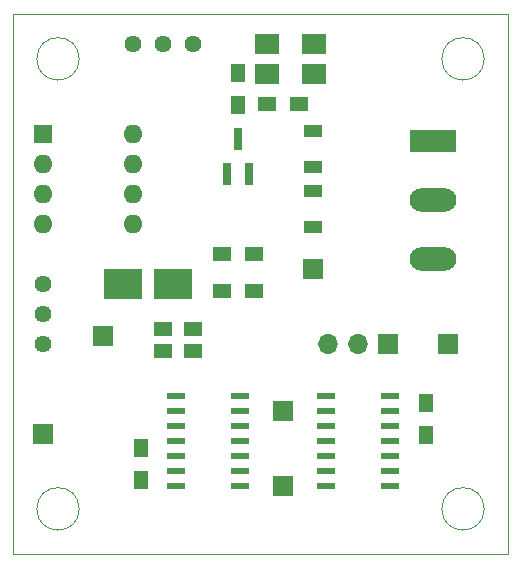
<source format=gbr>
%TF.GenerationSoftware,KiCad,Pcbnew,4.0.7*%
%TF.CreationDate,2018-04-11T16:34:22+03:00*%
%TF.ProjectId,capacity_sensor,63617061636974795F73656E736F722E,rev?*%
%TF.FileFunction,Soldermask,Top*%
%FSLAX46Y46*%
G04 Gerber Fmt 4.6, Leading zero omitted, Abs format (unit mm)*
G04 Created by KiCad (PCBNEW 4.0.7) date 04/11/18 16:34:22*
%MOMM*%
%LPD*%
G01*
G04 APERTURE LIST*
%ADD10C,0.100000*%
%ADD11R,1.500000X1.250000*%
%ADD12R,3.200000X2.500000*%
%ADD13R,2.000000X1.700000*%
%ADD14R,1.600000X1.000000*%
%ADD15R,1.700000X1.700000*%
%ADD16O,1.700000X1.700000*%
%ADD17R,3.960000X1.980000*%
%ADD18O,3.960000X1.980000*%
%ADD19R,1.300000X1.500000*%
%ADD20R,1.500000X1.300000*%
%ADD21C,1.440000*%
%ADD22R,1.600000X1.600000*%
%ADD23O,1.600000X1.600000*%
%ADD24R,1.500000X0.600000*%
%ADD25R,0.800000X1.900000*%
G04 APERTURE END LIST*
D10*
X119380000Y-129540000D02*
X119380000Y-83820000D01*
X161290000Y-129540000D02*
X119380000Y-129540000D01*
X161290000Y-83820000D02*
X161290000Y-129540000D01*
X119380000Y-83820000D02*
X161290000Y-83820000D01*
X159276051Y-125730000D02*
G75*
G03X159276051Y-125730000I-1796051J0D01*
G01*
X124986051Y-125730000D02*
G75*
G03X124986051Y-125730000I-1796051J0D01*
G01*
X159276051Y-87630000D02*
G75*
G03X159276051Y-87630000I-1796051J0D01*
G01*
X124986051Y-87630000D02*
G75*
G03X124986051Y-87630000I-1796051J0D01*
G01*
D11*
X134600000Y-110490000D03*
X132100000Y-110490000D03*
X134600000Y-112395000D03*
X132100000Y-112395000D03*
D12*
X132960000Y-106680000D03*
X128660000Y-106680000D03*
D13*
X140875000Y-88900000D03*
X144875000Y-88900000D03*
D14*
X144780000Y-96750000D03*
X144780000Y-93750000D03*
X144780000Y-98830000D03*
X144780000Y-101830000D03*
D13*
X140875000Y-86360000D03*
X144875000Y-86360000D03*
D15*
X127000000Y-111125000D03*
X121920000Y-119380000D03*
X142240000Y-123825000D03*
X142240000Y-117475000D03*
X151130000Y-111760000D03*
D16*
X148590000Y-111760000D03*
X146050000Y-111760000D03*
D15*
X144780000Y-105410000D03*
D17*
X154940000Y-94615000D03*
D18*
X154940000Y-99615000D03*
X154940000Y-104615000D03*
D15*
X156210000Y-111760000D03*
D19*
X130175000Y-123270000D03*
X130175000Y-120570000D03*
X154305000Y-116760000D03*
X154305000Y-119460000D03*
D20*
X137080000Y-107315000D03*
X139780000Y-107315000D03*
X137080000Y-104140000D03*
X139780000Y-104140000D03*
X143590000Y-91440000D03*
X140890000Y-91440000D03*
D19*
X138430000Y-91520000D03*
X138430000Y-88820000D03*
D21*
X134620000Y-86360000D03*
X132080000Y-86360000D03*
X129540000Y-86360000D03*
X121920000Y-111760000D03*
X121920000Y-109220000D03*
X121920000Y-106680000D03*
D22*
X121920000Y-93980000D03*
D23*
X129540000Y-101600000D03*
X121920000Y-96520000D03*
X129540000Y-99060000D03*
X121920000Y-99060000D03*
X129540000Y-96520000D03*
X121920000Y-101600000D03*
X129540000Y-93980000D03*
D24*
X133190000Y-116205000D03*
X133190000Y-117475000D03*
X133190000Y-118745000D03*
X133190000Y-120015000D03*
X133190000Y-121285000D03*
X133190000Y-122555000D03*
X133190000Y-123825000D03*
X138590000Y-123825000D03*
X138590000Y-122555000D03*
X138590000Y-121285000D03*
X138590000Y-120015000D03*
X138590000Y-118745000D03*
X138590000Y-117475000D03*
X138590000Y-116205000D03*
X145890000Y-116205000D03*
X145890000Y-117475000D03*
X145890000Y-118745000D03*
X145890000Y-120015000D03*
X145890000Y-121285000D03*
X145890000Y-122555000D03*
X145890000Y-123825000D03*
X151290000Y-123825000D03*
X151290000Y-122555000D03*
X151290000Y-121285000D03*
X151290000Y-120015000D03*
X151290000Y-118745000D03*
X151290000Y-117475000D03*
X151290000Y-116205000D03*
D25*
X137480000Y-97385000D03*
X139380000Y-97385000D03*
X138430000Y-94385000D03*
M02*

</source>
